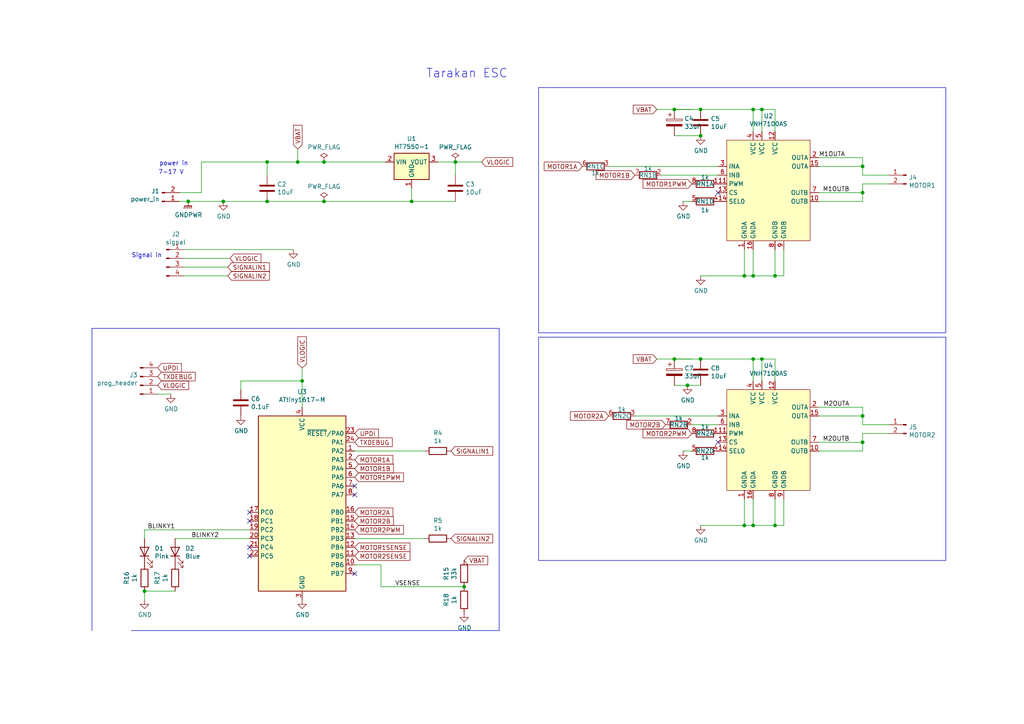
<source format=kicad_sch>
(kicad_sch (version 20200310) (host eeschema "5.99.0-unknown-5cf474e~101~ubuntu18.04.1")
  (page "A4")
  (title_block (title "Tarakan ESC") (date "2020-05-06"))
  (lib_symbols
    (symbol "Connector:Conn_01x02_Male" (pin_names hide)
      (property "Reference" "J" (at 0 2.54 0))
      (property "Value" "Conn_01x02_Male" (at 0 -5.08 0))
      (symbol "Conn_01x02_Male_1_1"
        (rectangle (start 0.8636 -2.413) (end 0 -2.667) (fill (type outline)))
        (rectangle (start 0.8636 0.127) (end 0 -0.127) (fill (type outline)))
        (polyline (pts (xy 1.27 -2.54) (xy 0.8636 -2.54)))
        (polyline (pts (xy 1.27 0) (xy 0.8636 0)))
        (pin passive line (at 5.08 0 180) (length 3.81) (name "Pin_1") (number "1"))
        (pin passive line (at 5.08 -2.54 180) (length 3.81) (name "Pin_2") (number "2"))
      )
    )
    (symbol "Connector:Conn_01x02_Male_1" (pin_names hide)
      (property "Reference" "J" (at 0 2.54 0))
      (property "Value" "Conn_01x02_Male" (at 0 -5.08 0))
      (symbol "Conn_01x02_Male_1_1_1"
        (rectangle (start 0.8636 -2.413) (end 0 -2.667) (fill (type outline)))
        (rectangle (start 0.8636 0.127) (end 0 -0.127) (fill (type outline)))
        (polyline (pts (xy 1.27 -2.54) (xy 0.8636 -2.54)))
        (polyline (pts (xy 1.27 0) (xy 0.8636 0)))
        (pin passive line (at 5.08 0 180) (length 3.81) (name "Pin_1") (number "1"))
        (pin passive line (at 5.08 -2.54 180) (length 3.81) (name "Pin_2") (number "2"))
      )
    )
    (symbol "Connector:Conn_01x02_Male_2" (pin_names hide)
      (property "Reference" "J" (at 0 2.54 0))
      (property "Value" "Conn_01x02_Male" (at 0 -5.08 0))
      (symbol "Conn_01x02_Male_2_1_1"
        (rectangle (start 0.8636 -2.413) (end 0 -2.667) (fill (type outline)))
        (rectangle (start 0.8636 0.127) (end 0 -0.127) (fill (type outline)))
        (polyline (pts (xy 1.27 -2.54) (xy 0.8636 -2.54)))
        (polyline (pts (xy 1.27 0) (xy 0.8636 0)))
        (pin passive line (at 5.08 0 180) (length 3.81) (name "Pin_1") (number "1"))
        (pin passive line (at 5.08 -2.54 180) (length 3.81) (name "Pin_2") (number "2"))
      )
    )
    (symbol "Connector:Conn_01x04_Male" (pin_names hide)
      (property "Reference" "J" (at 0 5.08 0))
      (property "Value" "Conn_01x04_Male" (at 0 -7.62 0))
      (symbol "Conn_01x04_Male_1_1"
        (rectangle (start 0.8636 -4.953) (end 0 -5.207) (fill (type outline)))
        (rectangle (start 0.8636 -2.413) (end 0 -2.667) (fill (type outline)))
        (rectangle (start 0.8636 0.127) (end 0 -0.127) (fill (type outline)))
        (rectangle (start 0.8636 2.667) (end 0 2.413) (fill (type outline)))
        (polyline (pts (xy 1.27 -5.08) (xy 0.8636 -5.08)))
        (polyline (pts (xy 1.27 -2.54) (xy 0.8636 -2.54)))
        (polyline (pts (xy 1.27 0) (xy 0.8636 0)))
        (polyline (pts (xy 1.27 2.54) (xy 0.8636 2.54)))
        (pin passive line (at 5.08 2.54 180) (length 3.81) (name "Pin_1") (number "1"))
        (pin passive line (at 5.08 0 180) (length 3.81) (name "Pin_2") (number "2"))
        (pin passive line (at 5.08 -2.54 180) (length 3.81) (name "Pin_3") (number "3"))
        (pin passive line (at 5.08 -5.08 180) (length 3.81) (name "Pin_4") (number "4"))
      )
    )
    (symbol "Connector:Conn_01x04_Male_1" (pin_names hide)
      (property "Reference" "J" (at 0 5.08 0))
      (property "Value" "Conn_01x04_Male" (at 0 -7.62 0))
      (symbol "Conn_01x04_Male_1_1_1"
        (rectangle (start 0.8636 -4.953) (end 0 -5.207) (fill (type outline)))
        (rectangle (start 0.8636 -2.413) (end 0 -2.667) (fill (type outline)))
        (rectangle (start 0.8636 0.127) (end 0 -0.127) (fill (type outline)))
        (rectangle (start 0.8636 2.667) (end 0 2.413) (fill (type outline)))
        (polyline (pts (xy 1.27 -5.08) (xy 0.8636 -5.08)))
        (polyline (pts (xy 1.27 -2.54) (xy 0.8636 -2.54)))
        (polyline (pts (xy 1.27 0) (xy 0.8636 0)))
        (polyline (pts (xy 1.27 2.54) (xy 0.8636 2.54)))
        (pin passive line (at 5.08 2.54 180) (length 3.81) (name "Pin_1") (number "1"))
        (pin passive line (at 5.08 0 180) (length 3.81) (name "Pin_2") (number "2"))
        (pin passive line (at 5.08 -2.54 180) (length 3.81) (name "Pin_3") (number "3"))
        (pin passive line (at 5.08 -5.08 180) (length 3.81) (name "Pin_4") (number "4"))
      )
    )
    (symbol "Device:C" (pin_numbers hide) (pin_names (offset 0.254))
      (property "Reference" "C" (at 0.635 2.54 0))
      (property "Value" "C" (at 0.635 -2.54 0))
      (symbol "C_0_1"
        (polyline (pts (xy -2.032 -0.762) (xy 2.032 -0.762)) (stroke (width 0.508)))
        (polyline (pts (xy -2.032 0.762) (xy 2.032 0.762)) (stroke (width 0.508)))
      )
      (symbol "C_1_1"
        (pin passive line (at 0 3.81 270) (length 2.794) (name "~") (number "1"))
        (pin passive line (at 0 -3.81 90) (length 2.794) (name "~") (number "2"))
      )
    )
    (symbol "Device:CP" (pin_numbers hide) (pin_names (offset 0.254))
      (property "Reference" "C" (at 0.635 2.54 0))
      (property "Value" "CP" (at 0.635 -2.54 0))
      (symbol "CP_0_1"
        (rectangle (start -2.286 0.508) (end 2.286 1.016))
        (rectangle (start 2.286 -0.508) (end -2.286 -1.016) (fill (type outline)))
        (polyline (pts (xy -1.778 2.286) (xy -0.762 2.286)))
        (polyline (pts (xy -1.27 2.794) (xy -1.27 1.778)))
      )
      (symbol "CP_1_1"
        (pin passive line (at 0 3.81 270) (length 2.794) (name "~") (number "1"))
        (pin passive line (at 0 -3.81 90) (length 2.794) (name "~") (number "2"))
      )
    )
    (symbol "Device:CP_1" (pin_numbers hide) (pin_names (offset 0.254))
      (property "Reference" "C" (at 0.635 2.54 0))
      (property "Value" "CP" (at 0.635 -2.54 0))
      (symbol "CP_1_0_1"
        (rectangle (start -2.286 0.508) (end 2.286 1.016))
        (rectangle (start 2.286 -0.508) (end -2.286 -1.016) (fill (type outline)))
        (polyline (pts (xy -1.778 2.286) (xy -0.762 2.286)))
        (polyline (pts (xy -1.27 2.794) (xy -1.27 1.778)))
      )
      (symbol "CP_1_1_1"
        (pin passive line (at 0 3.81 270) (length 2.794) (name "~") (number "1"))
        (pin passive line (at 0 -3.81 90) (length 2.794) (name "~") (number "2"))
      )
    )
    (symbol "Device:LED" (pin_numbers hide) (pin_names hide)
      (property "Reference" "D" (at 0 2.54 0))
      (property "Value" "LED" (at 0 -2.54 0))
      (symbol "LED_0_1"
        (polyline (pts (xy -1.27 -1.27) (xy -1.27 1.27)) (stroke (width 0.254)))
        (polyline (pts (xy -1.27 0) (xy 1.27 0)))
        (polyline (pts (xy 1.27 -1.27) (xy 1.27 1.27) (xy -1.27 0) (xy 1.27 -1.27)) (stroke (width 0.254)))
        (polyline (pts (xy -3.048 -0.762) (xy -4.572 -2.286) (xy -3.81 -2.286) (xy -4.572 -2.286) (xy -4.572 -1.524)))
        (polyline (pts (xy -1.778 -0.762) (xy -3.302 -2.286) (xy -2.54 -2.286) (xy -3.302 -2.286) (xy -3.302 -1.524)))
      )
      (symbol "LED_1_1"
        (pin passive line (at -3.81 0 0) (length 2.54) (name "K") (number "1"))
        (pin passive line (at 3.81 0 180) (length 2.54) (name "A") (number "2"))
      )
    )
    (symbol "Device:R" (pin_numbers hide) (pin_names (offset 0))
      (property "Reference" "R" (at 2.032 0 90))
      (property "Value" "R" (at 0 0 90))
      (symbol "R_0_1"
        (rectangle (start -1.016 -2.54) (end 1.016 2.54) (stroke (width 0.254)))
      )
      (symbol "R_1_1"
        (pin passive line (at 0 3.81 270) (length 1.27) (name "~") (number "1"))
        (pin passive line (at 0 -3.81 90) (length 1.27) (name "~") (number "2"))
      )
    )
    (symbol "Device:R_3" (pin_numbers hide) (pin_names (offset 0))
      (property "Reference" "R" (at 2.032 0 90))
      (property "Value" "R" (at 0 0 90))
      (symbol "R_3_0_1"
        (rectangle (start -1.016 -2.54) (end 1.016 2.54) (stroke (width 0.254)))
      )
      (symbol "R_3_1_1"
        (pin passive line (at 0 3.81 270) (length 1.27) (name "~") (number "1"))
        (pin passive line (at 0 -3.81 90) (length 1.27) (name "~") (number "2"))
      )
    )
    (symbol "Device:R_4" (pin_numbers hide) (pin_names (offset 0))
      (property "Reference" "R" (at 2.032 0 90))
      (property "Value" "R" (at 0 0 90))
      (symbol "R_4_0_1"
        (rectangle (start -1.016 -2.54) (end 1.016 2.54) (stroke (width 0.254)))
      )
      (symbol "R_4_1_1"
        (pin passive line (at 0 3.81 270) (length 1.27) (name "~") (number "1"))
        (pin passive line (at 0 -3.81 90) (length 1.27) (name "~") (number "2"))
      )
    )
    (symbol "Device:R_5" (pin_numbers hide) (pin_names (offset 0))
      (property "Reference" "R" (at 2.032 0 90))
      (property "Value" "R" (at 0 0 90))
      (symbol "R_5_0_1"
        (rectangle (start -1.016 -2.54) (end 1.016 2.54) (stroke (width 0.254)))
      )
      (symbol "R_5_1_1"
        (pin passive line (at 0 3.81 270) (length 1.27) (name "~") (number "1"))
        (pin passive line (at 0 -3.81 90) (length 1.27) (name "~") (number "2"))
      )
    )
    (symbol "Device:R_6" (pin_numbers hide) (pin_names (offset 0))
      (property "Reference" "R" (at 2.032 0 90))
      (property "Value" "R" (at 0 0 90))
      (symbol "R_6_0_1"
        (rectangle (start -1.016 -2.54) (end 1.016 2.54) (stroke (width 0.254)))
      )
      (symbol "R_6_1_1"
        (pin passive line (at 0 3.81 270) (length 1.27) (name "~") (number "1"))
        (pin passive line (at 0 -3.81 90) (length 1.27) (name "~") (number "2"))
      )
    )
    (symbol "Device:R_Pack04_Split" (pin_names (offset 0) hide)
      (property "Reference" "RN" (at 2.032 0 90))
      (property "Value" "R_Pack04_Split" (at 0 0 90))
      (symbol "R_Pack04_Split_0_1"
        (rectangle (start 1.016 2.54) (end -1.016 -2.54) (stroke (width 0.254)))
      )
      (symbol "R_Pack04_Split_1_1"
        (pin passive line (at 0 -3.81 90) (length 1.27) (name "R1.1") (number "1"))
        (pin passive line (at 0 3.81 270) (length 1.27) (name "R1.2") (number "8"))
      )
      (symbol "R_Pack04_Split_2_1"
        (pin passive line (at 0 -3.81 90) (length 1.27) (name "R2.1") (number "2"))
        (pin passive line (at 0 3.81 270) (length 1.27) (name "R2.2") (number "7"))
      )
      (symbol "R_Pack04_Split_3_1"
        (pin passive line (at 0 -3.81 90) (length 1.27) (name "R3.1") (number "3"))
        (pin passive line (at 0 3.81 270) (length 1.27) (name "R3.2") (number "6"))
      )
      (symbol "R_Pack04_Split_4_1"
        (pin passive line (at 0 -3.81 90) (length 1.27) (name "R4.1") (number "4"))
        (pin passive line (at 0 3.81 270) (length 1.27) (name "R4.2") (number "5"))
      )
    )
    (symbol "MCU_Microchip_ATtiny:ATtiny1617-M" (pin_names (offset 0.508))
      (property "Reference" "U" (at -12.7 26.67 0))
      (property "Value" "ATtiny1617-M" (at 2.54 -26.67 0))
      (symbol "ATtiny1617-M_0_1"
        (rectangle (start -12.7 -25.4) (end 12.7 25.4) (stroke (width 0.254)) (fill (type background)))
      )
      (symbol "ATtiny1617-M_1_1"
        (pin bidirectional line (at 15.24 15.24 180) (length 2.54) (name "PA2") (number "1"))
        (pin bidirectional line (at 15.24 -17.78 180) (length 2.54) (name "PB6") (number "10"))
        (pin bidirectional line (at 15.24 -15.24 180) (length 2.54) (name "PB5") (number "11"))
        (pin bidirectional line (at 15.24 -12.7 180) (length 2.54) (name "PB4") (number "12"))
        (pin bidirectional line (at 15.24 -10.16 180) (length 2.54) (name "PB3") (number "13"))
        (pin bidirectional line (at 15.24 -7.62 180) (length 2.54) (name "PB2") (number "14"))
        (pin bidirectional line (at 15.24 -5.08 180) (length 2.54) (name "PB1") (number "15"))
        (pin bidirectional line (at 15.24 -2.54 180) (length 2.54) (name "PB0") (number "16"))
        (pin bidirectional line (at -15.24 -2.54 0) (length 2.54) (name "PC0") (number "17"))
        (pin bidirectional line (at -15.24 -5.08 0) (length 2.54) (name "PC1") (number "18"))
        (pin bidirectional line (at -15.24 -7.62 0) (length 2.54) (name "PC2") (number "19"))
        (pin bidirectional line (at 15.24 12.7 180) (length 2.54) (name "PA3") (number "2"))
        (pin bidirectional line (at -15.24 -10.16 0) (length 2.54) (name "PC3") (number "20"))
        (pin bidirectional line (at -15.24 -12.7 0) (length 2.54) (name "PC4") (number "21"))
        (pin bidirectional line (at -15.24 -15.24 0) (length 2.54) (name "PC5") (number "22"))
        (pin bidirectional line (at 15.24 20.32 180) (length 2.54) (name "~RESET~/PA0") (number "23"))
        (pin bidirectional line (at 15.24 17.78 180) (length 2.54) (name "PA1") (number "24"))
        (pin passive line (at 0 -27.94 90) (length 2.54) (name "GND") (number "25") hide)
        (pin power_in line (at 0 -27.94 90) (length 2.54) (name "GND") (number "3"))
        (pin power_in line (at 0 27.94 270) (length 2.54) (name "VCC") (number "4"))
        (pin bidirectional line (at 15.24 10.16 180) (length 2.54) (name "PA4") (number "5"))
        (pin bidirectional line (at 15.24 7.62 180) (length 2.54) (name "PA5") (number "6"))
        (pin bidirectional line (at 15.24 5.08 180) (length 2.54) (name "PA6") (number "7"))
        (pin bidirectional line (at 15.24 2.54 180) (length 2.54) (name "PA7") (number "8"))
        (pin bidirectional line (at 15.24 -20.32 180) (length 2.54) (name "PB7") (number "9"))
      )
    )
    (symbol "Regulator_Linear:HT75xx-1-SOT89" (pin_names (offset 0.508))
      (property "Reference" "U" (at -5.08 -3.81 0))
      (property "Value" "HT75xx-1-SOT89" (at 0 6.35 0))
      (symbol "HT75xx-1-SOT89_0_1"
        (rectangle (start -5.08 5.08) (end 5.08 -2.54) (stroke (width 0.254)) (fill (type background)))
      )
      (symbol "HT75xx-1-SOT89_1_1"
        (pin power_in line (at 0 -5.08 90) (length 2.54) (name "GND") (number "1"))
        (pin power_in line (at -7.62 2.54 0) (length 2.54) (name "VIN") (number "2"))
        (pin power_out line (at 7.62 2.54 180) (length 2.54) (name "VOUT") (number "3"))
      )
    )
    (symbol "power:GND" (power) (pin_names (offset 0))
      (property "Value" "GND" (at 0 -3.81 0))
      (symbol "GND_0_1"
        (polyline (pts (xy 0 0) (xy 0 -1.27) (xy 1.27 -1.27) (xy 0 -2.54) (xy -1.27 -1.27) (xy 0 -1.27)))
      )
      (symbol "GND_1_1"
        (pin power_in line (at 0 0 270) (length 0) (name "GND") (number "1") hide)
      )
    )
    (symbol "power:GNDPWR" (power) (pin_names (offset 0))
      (property "Value" "GNDPWR" (at 0 -3.302 0))
      (symbol "GNDPWR_0_1"
        (polyline (pts (xy 0 -1.27) (xy 0 0)))
        (polyline (pts (xy -1.016 -1.27) (xy -1.27 -2.032) (xy -1.27 -2.032)) (stroke (width 0.2032)))
        (polyline (pts (xy -0.508 -1.27) (xy -0.762 -2.032) (xy -0.762 -2.032)) (stroke (width 0.2032)))
        (polyline (pts (xy 0 -1.27) (xy -0.254 -2.032) (xy -0.254 -2.032)) (stroke (width 0.2032)))
        (polyline (pts (xy 0.508 -1.27) (xy 0.254 -2.032) (xy 0.254 -2.032)) (stroke (width 0.2032)))
        (polyline (pts (xy 1.016 -1.27) (xy -1.016 -1.27) (xy -1.016 -1.27)) (stroke (width 0.2032)))
        (polyline (pts (xy 1.016 -1.27) (xy 0.762 -2.032) (xy 0.762 -2.032) (xy 0.762 -2.032)) (stroke (width 0.2032)))
      )
      (symbol "GNDPWR_1_1"
        (pin power_in line (at 0 0 270) (length 0) (name "GNDPWR") (number "1") hide)
      )
    )
    (symbol "power:PWR_FLAG" (power) (pin_numbers hide) (pin_names (offset 0) hide)
      (property "Value" "PWR_FLAG" (at 0 3.81 0))
      (symbol "PWR_FLAG_0_1"
        (polyline (pts (xy 0 0) (xy 0 1.27) (xy -1.016 1.905) (xy 0 2.54) (xy 1.016 1.905) (xy 0 1.27)))
      )
      (symbol "PWR_FLAG_0_0"
        (pin power_out line (at 0 0 90) (length 0) (name "pwr") (number "1"))
      )
    )
    (symbol "tarakan:VNH7100AS_1"
      (property "Reference" "U" (at 0 2.54 0))
      (property "Value" "VNH7100AS" (at 0 -8.89 0))
      (symbol "VNH7100AS_1_0_1"
        (rectangle (start -11.43 11.43) (end 12.7 -17.78) (fill (type background)))
      )
      (symbol "VNH7100AS_1_1_1"
        (pin power_in line (at -6.35 -20.32 90) (length 2.54) (name "GNDA") (number "1"))
        (pin power_out line (at 15.24 -6.35 180) (length 2.54) (name "OUTB") (number "10"))
        (pin input line (at -13.97 -1.27 0) (length 2.54) (name "PWM") (number "11"))
        (pin power_in line (at 2.54 13.97 270) (length 2.54) (name "VCC") (number "12"))
        (pin output line (at -13.97 -3.81 0) (length 2.54) (name "CS") (number "13"))
        (pin input line (at -13.97 -6.35 0) (length 2.54) (name "SEL0") (number "14"))
        (pin power_out line (at 15.24 3.81 180) (length 2.54) (name "OUTA") (number "15"))
        (pin power_in line (at -3.81 -20.32 90) (length 2.54) (name "GNDA") (number "16"))
        (pin power_out line (at 15.24 6.35 180) (length 2.54) (name "OUTA") (number "2"))
        (pin input line (at -13.97 3.81 0) (length 2.54) (name "INA") (number "3"))
        (pin power_in line (at -3.81 13.97 270) (length 2.54) (name "VCC") (number "4"))
        (pin power_in line (at -1.27 13.97 270) (length 2.54) (name "VCC") (number "5"))
        (pin input line (at -13.97 1.27 0) (length 2.54) (name "INB") (number "6"))
        (pin power_out line (at 15.24 -3.81 180) (length 2.54) (name "OUTB") (number "7"))
        (pin power_in line (at 2.54 -20.32 90) (length 2.54) (name "GNDB") (number "8"))
        (pin power_in line (at 5.08 -20.32 90) (length 2.54) (name "GNDB") (number "9"))
      )
    )
    (symbol "tarakan:VNH7100AS_2"
      (property "Reference" "U" (at 0 2.54 0))
      (property "Value" "VNH7100AS" (at 0 -8.89 0))
      (symbol "VNH7100AS_2_0_1"
        (rectangle (start -11.43 11.43) (end 12.7 -17.78) (fill (type background)))
      )
      (symbol "VNH7100AS_2_1_1"
        (pin power_in line (at -6.35 -20.32 90) (length 2.54) (name "GNDA") (number "1"))
        (pin power_out line (at 15.24 -6.35 180) (length 2.54) (name "OUTB") (number "10"))
        (pin input line (at -13.97 -1.27 0) (length 2.54) (name "PWM") (number "11"))
        (pin power_in line (at 2.54 13.97 270) (length 2.54) (name "VCC") (number "12"))
        (pin output line (at -13.97 -3.81 0) (length 2.54) (name "CS") (number "13"))
        (pin input line (at -13.97 -6.35 0) (length 2.54) (name "SEL0") (number "14"))
        (pin power_out line (at 15.24 3.81 180) (length 2.54) (name "OUTA") (number "15"))
        (pin power_in line (at -3.81 -20.32 90) (length 2.54) (name "GNDA") (number "16"))
        (pin power_out line (at 15.24 6.35 180) (length 2.54) (name "OUTA") (number "2"))
        (pin input line (at -13.97 3.81 0) (length 2.54) (name "INA") (number "3"))
        (pin power_in line (at -3.81 13.97 270) (length 2.54) (name "VCC") (number "4"))
        (pin power_in line (at -1.27 13.97 270) (length 2.54) (name "VCC") (number "5"))
        (pin input line (at -13.97 1.27 0) (length 2.54) (name "INB") (number "6"))
        (pin power_out line (at 15.24 -3.81 180) (length 2.54) (name "OUTB") (number "7"))
        (pin power_in line (at 2.54 -20.32 90) (length 2.54) (name "GNDB") (number "8"))
        (pin power_in line (at 5.08 -20.32 90) (length 2.54) (name "GNDB") (number "9"))
      )
    )
  )
  (junction (at 195.58 104.14))
  (junction (at 195.58 31.75))
  (junction (at 250.19 48.26))
  (junction (at 220.98 31.75))
  (junction (at 215.9 80.01))
  (junction (at 218.44 31.75))
  (junction (at 218.44 80.01))
  (junction (at 77.47 58.42))
  (junction (at 41.91 171.45))
  (junction (at 250.19 55.88))
  (junction (at 54.61 58.42))
  (junction (at 93.98 58.42))
  (junction (at 203.2 104.14))
  (junction (at 218.44 104.14))
  (junction (at 220.98 104.14))
  (junction (at 119.38 58.42))
  (junction (at 203.2 39.37))
  (junction (at 77.47 46.99))
  (junction (at 224.79 80.01))
  (junction (at 218.44 152.4))
  (junction (at 87.63 110.49))
  (junction (at 224.79 152.4))
  (junction (at 93.98 46.99))
  (junction (at 86.36 46.99))
  (junction (at 250.19 120.65))
  (junction (at 199.39 111.76))
  (junction (at 203.2 31.75))
  (junction (at 132.08 46.99))
  (junction (at 250.19 128.27))
  (junction (at 134.62 170.18))
  (junction (at 64.77 58.42))
  (junction (at 215.9 152.4))
  (no_connect (at 102.87 143.51))
  (no_connect (at 208.28 128.27))
  (no_connect (at 102.87 166.37))
  (no_connect (at 102.87 140.97))
  (no_connect (at 72.39 148.59))
  (no_connect (at 72.39 161.29))
  (no_connect (at 72.39 158.75))
  (no_connect (at 208.28 55.88))
  (no_connect (at 72.39 151.13))
  (wire (pts (xy 41.91 153.67) (xy 41.91 156.21)))
  (wire (pts (xy 41.91 171.45) (xy 41.91 173.99)))
  (wire (pts (xy 41.91 171.45) (xy 50.8 171.45)))
  (wire (pts (xy 45.72 114.3) (xy 49.53 114.3)))
  (wire (pts (xy 50.8 156.21) (xy 72.39 156.21)))
  (wire (pts (xy 52.07 55.88) (xy 58.42 55.88)))
  (wire (pts (xy 52.07 58.42) (xy 54.61 58.42)))
  (wire (pts (xy 53.34 72.39) (xy 85.09 72.39)))
  (wire (pts (xy 53.34 74.93) (xy 66.675 74.93)))
  (wire (pts (xy 53.34 77.47) (xy 66.04 77.47)))
  (wire (pts (xy 53.34 80.01) (xy 66.04 80.01)))
  (wire (pts (xy 54.61 58.42) (xy 64.77 58.42)))
  (wire (pts (xy 58.42 46.99) (xy 58.42 55.88)))
  (wire (pts (xy 58.42 46.99) (xy 77.47 46.99)))
  (wire (pts (xy 64.77 58.42) (xy 77.47 58.42)))
  (wire (pts (xy 69.85 110.49) (xy 69.85 113.03)))
  (wire (pts (xy 72.39 153.67) (xy 41.91 153.67)))
  (wire (pts (xy 77.47 46.99) (xy 77.47 50.8)))
  (wire (pts (xy 77.47 58.42) (xy 93.98 58.42)))
  (wire (pts (xy 86.36 43.18) (xy 86.36 46.99)))
  (wire (pts (xy 86.36 46.99) (xy 77.47 46.99)))
  (wire (pts (xy 86.36 46.99) (xy 93.98 46.99)))
  (wire (pts (xy 87.63 106.68) (xy 87.63 110.49)))
  (wire (pts (xy 87.63 110.49) (xy 69.85 110.49)))
  (wire (pts (xy 87.63 110.49) (xy 87.63 118.11)))
  (wire (pts (xy 93.98 46.99) (xy 111.76 46.99)))
  (wire (pts (xy 93.98 58.42) (xy 119.38 58.42)))
  (wire (pts (xy 102.87 130.81) (xy 123.19 130.81)))
  (wire (pts (xy 102.87 156.21) (xy 123.19 156.21)))
  (wire (pts (xy 102.87 163.83) (xy 110.49 163.83)))
  (wire (pts (xy 110.49 163.83) (xy 110.49 170.18)))
  (wire (pts (xy 110.49 170.18) (xy 134.62 170.18)))
  (wire (pts (xy 119.38 54.61) (xy 119.38 58.42)))
  (wire (pts (xy 119.38 58.42) (xy 132.08 58.42)))
  (wire (pts (xy 127 46.99) (xy 132.08 46.99)))
  (wire (pts (xy 132.08 46.99) (xy 132.08 50.8)))
  (wire (pts (xy 132.08 46.99) (xy 139.7 46.99)))
  (wire (pts (xy 176.53 48.26) (xy 208.28 48.26)))
  (wire (pts (xy 184.15 120.65) (xy 208.28 120.65)))
  (wire (pts (xy 190.5 31.75) (xy 195.58 31.75)))
  (wire (pts (xy 190.5 104.14) (xy 195.58 104.14)))
  (wire (pts (xy 191.77 50.8) (xy 208.28 50.8)))
  (wire (pts (xy 195.58 31.75) (xy 203.2 31.75)))
  (wire (pts (xy 195.58 39.37) (xy 203.2 39.37)))
  (wire (pts (xy 195.58 104.14) (xy 203.2 104.14)))
  (wire (pts (xy 195.58 111.76) (xy 199.39 111.76)))
  (wire (pts (xy 198.12 58.42) (xy 200.66 58.42)))
  (wire (pts (xy 198.12 130.81) (xy 200.66 130.81)))
  (wire (pts (xy 199.39 111.76) (xy 203.2 111.76)))
  (wire (pts (xy 200.66 31.75) (xy 195.58 31.75)))
  (wire (pts (xy 200.66 104.14) (xy 195.58 104.14)))
  (wire (pts (xy 200.66 123.19) (xy 208.28 123.19)))
  (wire (pts (xy 203.2 31.75) (xy 218.44 31.75)))
  (wire (pts (xy 203.2 80.01) (xy 215.9 80.01)))
  (wire (pts (xy 203.2 104.14) (xy 218.44 104.14)))
  (wire (pts (xy 203.2 152.4) (xy 215.9 152.4)))
  (wire (pts (xy 215.9 72.39) (xy 215.9 80.01)))
  (wire (pts (xy 215.9 80.01) (xy 218.44 80.01)))
  (wire (pts (xy 215.9 144.78) (xy 215.9 152.4)))
  (wire (pts (xy 215.9 152.4) (xy 218.44 152.4)))
  (wire (pts (xy 218.44 31.75) (xy 218.44 38.1)))
  (wire (pts (xy 218.44 31.75) (xy 220.98 31.75)))
  (wire (pts (xy 218.44 72.39) (xy 218.44 80.01)))
  (wire (pts (xy 218.44 80.01) (xy 224.79 80.01)))
  (wire (pts (xy 218.44 104.14) (xy 218.44 110.49)))
  (wire (pts (xy 218.44 104.14) (xy 220.98 104.14)))
  (wire (pts (xy 218.44 144.78) (xy 218.44 152.4)))
  (wire (pts (xy 218.44 152.4) (xy 224.79 152.4)))
  (wire (pts (xy 220.98 31.75) (xy 220.98 38.1)))
  (wire (pts (xy 220.98 31.75) (xy 224.79 31.75)))
  (wire (pts (xy 220.98 104.14) (xy 220.98 110.49)))
  (wire (pts (xy 220.98 104.14) (xy 224.79 104.14)))
  (wire (pts (xy 224.79 31.75) (xy 224.79 38.1)))
  (wire (pts (xy 224.79 72.39) (xy 224.79 80.01)))
  (wire (pts (xy 224.79 80.01) (xy 227.33 80.01)))
  (wire (pts (xy 224.79 104.14) (xy 224.79 110.49)))
  (wire (pts (xy 224.79 144.78) (xy 224.79 152.4)))
  (wire (pts (xy 224.79 152.4) (xy 227.33 152.4)))
  (wire (pts (xy 227.33 72.39) (xy 227.33 80.01)))
  (wire (pts (xy 227.33 144.78) (xy 227.33 152.4)))
  (wire (pts (xy 237.49 48.26) (xy 250.19 48.26)))
  (wire (pts (xy 237.49 55.88) (xy 250.19 55.88)))
  (wire (pts (xy 237.49 58.42) (xy 250.19 58.42)))
  (wire (pts (xy 237.49 120.65) (xy 250.19 120.65)))
  (wire (pts (xy 237.49 128.27) (xy 250.19 128.27)))
  (wire (pts (xy 237.49 130.81) (xy 250.19 130.81)))
  (wire (pts (xy 250.19 45.72) (xy 237.49 45.72)))
  (wire (pts (xy 250.19 48.26) (xy 250.19 45.72)))
  (wire (pts (xy 250.19 50.8) (xy 250.19 48.26)))
  (wire (pts (xy 250.19 53.34) (xy 257.81 53.34)))
  (wire (pts (xy 250.19 55.88) (xy 250.19 53.34)))
  (wire (pts (xy 250.19 58.42) (xy 250.19 55.88)))
  (wire (pts (xy 250.19 118.11) (xy 237.49 118.11)))
  (wire (pts (xy 250.19 120.65) (xy 250.19 118.11)))
  (wire (pts (xy 250.19 123.19) (xy 250.19 120.65)))
  (wire (pts (xy 250.19 125.73) (xy 257.81 125.73)))
  (wire (pts (xy 250.19 128.27) (xy 250.19 125.73)))
  (wire (pts (xy 250.19 130.81) (xy 250.19 128.27)))
  (wire (pts (xy 257.81 50.8) (xy 250.19 50.8)))
  (wire (pts (xy 257.81 123.19) (xy 250.19 123.19)))
  (polyline (pts (xy 26.67 95.25) (xy 26.67 182.88)))
  (polyline (pts (xy 26.67 95.25) (xy 144.78 95.25)))
  (polyline (pts (xy 144.78 95.25) (xy 144.78 182.88)))
  (polyline (pts (xy 144.78 182.88) (xy 38.1 182.88)))
  (polyline (pts (xy 156.21 25.4) (xy 161.29 25.4)))
  (polyline (pts (xy 156.21 96.52) (xy 156.21 25.4)))
  (polyline (pts (xy 156.21 97.79) (xy 161.29 97.79)))
  (polyline (pts (xy 156.21 162.56) (xy 156.21 97.79)))
  (polyline (pts (xy 161.29 25.4) (xy 274.32 25.4)))
  (polyline (pts (xy 161.29 97.79) (xy 274.32 97.79)))
  (polyline (pts (xy 274.32 25.4) (xy 274.32 96.52)))
  (polyline (pts (xy 274.32 96.52) (xy 156.21 96.52)))
  (polyline (pts (xy 274.32 97.79) (xy 274.32 162.56)))
  (polyline (pts (xy 274.32 162.56) (xy 156.21 162.56)))
  (text "Signal in" (at 46.99 74.93 180) (effects (font (size 1.27 1.27)) (justify right bottom)))
  (text "7-17 V" (at 53.34 50.8 180) (effects (font (size 1.27 1.27)) (justify right bottom)))
  (text "power in" (at 54.61 48.26 180) (effects (font (size 1.27 1.27)) (justify right bottom)))
  (text "Tarakan ESC" (at 147.32 22.86 180) (effects (font (size 2.5 2.5)) (justify right bottom)))
  (label "BLINKY1" (at 50.8 153.67 180))
  (label "BLINKY2" (at 63.5 156.21 180))
  (label "VSENSE" (at 121.92 170.18 180))
  (label "M1OUTA" (at 245.11 45.72 180))
  (label "M1OUTB" (at 246.38 55.88 180))
  (label "M2OUTA" (at 246.38 118.11 180))
  (label "M2OUTB" (at 246.38 128.27 180))
  (global_label "UPDI" (shape input) (at 45.72 106.68 0))
  (global_label "TXDEBUG" (shape input) (at 45.72 109.22 0))
  (global_label "VLOGIC" (shape input) (at 45.72 111.76 0))
  (global_label "SIGNALIN1" (shape input) (at 66.04 77.47 0))
  (global_label "SIGNALIN2" (shape input) (at 66.04 80.01 0))
  (global_label "VLOGIC" (shape input) (at 66.675 74.93 0))
  (global_label "VBAT" (shape input) (at 86.36 43.18 90))
  (global_label "VLOGIC" (shape input) (at 87.63 106.68 90))
  (global_label "UPDI" (shape input) (at 102.87 125.73 0))
  (global_label "TXDEBUG" (shape input) (at 102.87 128.27 0))
  (global_label "MOTOR1A" (shape input) (at 102.87 133.35 0))
  (global_label "MOTOR1B" (shape input) (at 102.87 135.89 0))
  (global_label "MOTOR1PWM" (shape input) (at 102.87 138.43 0))
  (global_label "MOTOR2A" (shape input) (at 102.87 148.59 0))
  (global_label "MOTOR2B" (shape input) (at 102.87 151.13 0))
  (global_label "MOTOR2PWM" (shape input) (at 102.87 153.67 0))
  (global_label "MOTOR1SENSE" (shape input) (at 102.87 158.75 0))
  (global_label "MOTOR2SENSE" (shape input) (at 102.87 161.29 0))
  (global_label "SIGNALIN1" (shape input) (at 130.81 130.81 0))
  (global_label "SIGNALIN2" (shape input) (at 130.81 156.21 0))
  (global_label "VBAT" (shape input) (at 134.62 162.56 0))
  (global_label "VLOGIC" (shape input) (at 139.7 46.99 0))
  (global_label "MOTOR1A" (shape input) (at 168.91 48.26 180))
  (global_label "MOTOR2A" (shape input) (at 176.53 120.65 180))
  (global_label "MOTOR1B" (shape input) (at 184.15 50.8 180))
  (global_label "VBAT" (shape input) (at 190.5 31.75 180))
  (global_label "VBAT" (shape input) (at 190.5 104.14 180))
  (global_label "MOTOR2B" (shape input) (at 193.04 123.19 180))
  (global_label "MOTOR1PWM" (shape input) (at 200.66 53.34 180))
  (global_label "MOTOR2PWM" (shape input) (at 200.66 125.73 180))
  (symbol (lib_id "power:PWR_FLAG") (at 93.98 46.99 0) (unit 1)
    (property "Reference" "#FLG0101" (effects hide))
    (property "Value" "PWR_FLAG" (at 93.98 42.6656 0))
  )
  (symbol (lib_id "power:PWR_FLAG") (at 93.98 58.42 0) (unit 1)
    (property "Reference" "#FLG0103" (effects hide))
    (property "Value" "PWR_FLAG" (at 93.98 54.0956 0))
  )
  (symbol (lib_id "power:PWR_FLAG") (at 132.08 46.99 0) (unit 1)
    (property "Reference" "#FLG0102" (effects hide))
    (property "Value" "PWR_FLAG" (at 132.08 42.6656 0))
  )
  (symbol (lib_id "power:GNDPWR") (at 54.61 58.42 0) (unit 1)
    (property "Reference" "#PWR01" (effects hide))
    (property "Value" "GNDPWR" (at 54.6735 62.338 0))
  )
  (symbol (lib_id "power:GND") (at 41.91 173.99 0) (unit 1)
    (property "Reference" "#PWR010" (effects hide))
    (property "Value" "GND" (at 42.0243 178.3144 0))
  )
  (symbol (lib_id "power:GND") (at 49.53 114.3 0) (unit 1)
    (property "Reference" "#PWR04" (effects hide))
    (property "Value" "GND" (at 49.6443 118.6244 0))
  )
  (symbol (lib_id "power:GND") (at 64.77 58.42 0) (unit 1)
    (property "Reference" "#PWR0104" (effects hide))
    (property "Value" "GND" (at 64.8843 62.7444 0))
  )
  (symbol (lib_id "power:GND") (at 69.85 120.65 0) (unit 1)
    (property "Reference" "#PWR05" (effects hide))
    (property "Value" "GND" (at 69.9643 124.9744 0))
  )
  (symbol (lib_id "power:GND") (at 85.09 72.39 0) (unit 1)
    (property "Reference" "#PWR012" (effects hide))
    (property "Value" "GND" (at 85.2043 76.7144 0))
  )
  (symbol (lib_id "power:GND") (at 87.63 173.99 0) (unit 1)
    (property "Reference" "#PWR06" (effects hide))
    (property "Value" "GND" (at 87.7443 178.3144 0))
  )
  (symbol (lib_id "power:GND") (at 134.62 177.8 0) (unit 1)
    (property "Reference" "#PWR011" (effects hide))
    (property "Value" "GND" (at 134.7343 182.1244 0))
  )
  (symbol (lib_id "power:GND") (at 198.12 58.42 0) (unit 1)
    (property "Reference" "#PWR0102" (effects hide))
    (property "Value" "GND" (at 198.2343 62.7444 0))
  )
  (symbol (lib_id "power:GND") (at 198.12 130.81 0) (unit 1)
    (property "Reference" "#PWR0103" (effects hide))
    (property "Value" "GND" (at 198.2343 135.1344 0))
  )
  (symbol (lib_id "power:GND") (at 199.39 111.76 0) (unit 1)
    (property "Reference" "#PWR07" (effects hide))
    (property "Value" "GND" (at 199.5043 116.0844 0))
  )
  (symbol (lib_id "power:GND") (at 203.2 39.37 0) (unit 1)
    (property "Reference" "#PWR02" (effects hide))
    (property "Value" "GND" (at 203.3143 43.6944 0))
  )
  (symbol (lib_id "power:GND") (at 203.2 80.01 0) (unit 1)
    (property "Reference" "#PWR03" (effects hide))
    (property "Value" "GND" (at 203.3143 84.3344 0))
  )
  (symbol (lib_id "power:GND") (at 203.2 152.4 0) (unit 1)
    (property "Reference" "#PWR09" (effects hide))
    (property "Value" "GND" (at 203.3143 156.7244 0))
  )
  (symbol (lib_name "Device:R_5") (lib_id "Device:R") (at 41.91 167.64 180) (unit 1)
    (property "Reference" "R16" (at 36.6838 167.64 90))
    (property "Value" "1k" (at 38.9825 167.64 90))
    (property "Footprint" "Resistor_SMD:R_0805_2012Metric" (effects hide))
  )
  (symbol (lib_name "Device:R_6") (lib_id "Device:R") (at 50.8 167.64 180) (unit 1)
    (property "Reference" "R17" (at 45.5738 167.64 90))
    (property "Value" "1k" (at 47.8725 167.64 90))
    (property "Footprint" "Resistor_SMD:R_0805_2012Metric" (effects hide))
  )
  (symbol (lib_id "Device:R") (at 127 130.81 90) (unit 1)
    (property "Reference" "R4" (at 127 125.5838 90))
    (property "Value" "1k" (at 127 127.8825 90))
    (property "Footprint" "Resistor_SMD:R_0805_2012Metric" (effects hide))
  )
  (symbol (lib_id "Device:R") (at 127 156.21 90) (unit 1)
    (property "Reference" "R5" (at 127 150.9838 90))
    (property "Value" "1k" (at 127 153.2825 90))
    (property "Footprint" "Resistor_SMD:R_0805_2012Metric" (effects hide))
  )
  (symbol (lib_name "Device:R_4") (lib_id "Device:R") (at 134.62 166.37 180) (unit 1)
    (property "Reference" "R15" (at 129.3938 166.37 90))
    (property "Value" "33k" (at 131.6925 166.37 90))
    (property "Footprint" "Resistor_SMD:R_0805_2012Metric" (effects hide))
  )
  (symbol (lib_name "Device:R_3") (lib_id "Device:R") (at 134.62 173.99 180) (unit 1)
    (property "Reference" "R18" (at 129.3938 173.99 90))
    (property "Value" "1k" (at 131.6925 173.99 90))
    (property "Footprint" "Resistor_SMD:R_0805_2012Metric" (effects hide))
  )
  (symbol (lib_id "Device:R_Pack04_Split") (at 172.72 48.26 90) (unit 3)
    (property "Reference" "RN1" (at 172.72 48.26 90))
    (property "Value" "1k" (at 172.72 50.165 90))
    (property "Footprint" "Resistor_SMD:R_Array_Convex_4x0603" (effects hide))
  )
  (symbol (lib_id "Device:R_Pack04_Split") (at 180.34 120.65 90) (unit 3)
    (property "Reference" "RN2" (at 180.34 120.65 90))
    (property "Value" "1k" (at 180.34 118.745 90))
    (property "Footprint" "Resistor_SMD:R_Array_Convex_4x0603" (effects hide))
  )
  (symbol (lib_id "Device:R_Pack04_Split") (at 187.96 50.8 90) (unit 2)
    (property "Reference" "RN1" (at 187.96 50.8 90))
    (property "Value" "1k" (at 187.96 48.895 90))
    (property "Footprint" "Resistor_SMD:R_Array_Convex_4x0603" (effects hide))
  )
  (symbol (lib_id "Device:R_Pack04_Split") (at 196.85 123.19 90) (unit 2)
    (property "Reference" "RN2" (at 196.85 123.19 90))
    (property "Value" "1k" (at 196.85 121.285 90))
    (property "Footprint" "Resistor_SMD:R_Array_Convex_4x0603" (effects hide))
  )
  (symbol (lib_id "Device:R_Pack04_Split") (at 204.47 53.34 90) (unit 1)
    (property "Reference" "RN1" (at 204.47 53.34 90))
    (property "Value" "1k" (at 204.47 51.435 90))
    (property "Footprint" "Resistor_SMD:R_Array_Convex_4x0603" (effects hide))
  )
  (symbol (lib_id "Device:R_Pack04_Split") (at 204.47 58.42 90) (unit 4)
    (property "Reference" "RN1" (at 204.47 58.42 90))
    (property "Value" "1k" (at 204.47 60.96 90))
    (property "Footprint" "Resistor_SMD:R_Array_Convex_4x0603" (effects hide))
  )
  (symbol (lib_id "Device:R_Pack04_Split") (at 204.47 125.73 90) (unit 1)
    (property "Reference" "RN2" (at 204.47 125.73 90))
    (property "Value" "1k" (at 204.47 123.825 90))
    (property "Footprint" "Resistor_SMD:R_Array_Convex_4x0603" (effects hide))
  )
  (symbol (lib_id "Device:R_Pack04_Split") (at 204.47 130.81 90) (unit 4)
    (property "Reference" "RN2" (at 204.47 130.81 90))
    (property "Value" "1k" (at 204.47 132.715 90))
    (property "Footprint" "Resistor_SMD:R_Array_Convex_4x0603" (effects hide))
  )
  (symbol (lib_id "Connector:Conn_01x02_Male") (at 46.99 58.42 0) (mirror x) (unit 1)
    (property "Reference" "J1" (at 46.2787 55.4418 0) (effects (justify right)))
    (property "Value" "power_in" (at 46.279 57.74 0) (effects (justify right)))
    (property "Footprint" "Connector_Wire:SolderWirePad_1x02_P7.62mm_Drill2mm" (effects hide))
  )
  (symbol (lib_name "Connector:Conn_01x02_Male_1") (lib_id "Connector:Conn_01x02_Male") (at 262.89 50.8 0) (mirror y) (unit 1)
    (property "Reference" "J4" (at 263.6013 51.4794 0) (effects (justify right)))
    (property "Value" "MOTOR1" (at 263.601 53.778 0) (effects (justify right)))
    (property "Footprint" "Connector_Wire:SolderWirePad_1x02_P7.62mm_Drill2mm" (effects hide))
  )
  (symbol (lib_name "Connector:Conn_01x02_Male_2") (lib_id "Connector:Conn_01x02_Male") (at 262.89 123.19 0) (mirror y) (unit 1)
    (property "Reference" "J5" (at 263.6013 123.8694 0) (effects (justify right)))
    (property "Value" "MOTOR2" (at 263.601 126.168 0) (effects (justify right)))
    (property "Footprint" "Connector_Wire:SolderWirePad_1x02_P7.62mm_Drill2mm" (effects hide))
  )
  (symbol (lib_id "Device:LED") (at 41.91 160.02 90) (unit 1)
    (property "Reference" "D1" (at 44.8311 159.0611 90) (effects (justify right)))
    (property "Value" "Pink" (at 44.831 161.36 90) (effects (justify right)))
    (property "Footprint" "LED_SMD:LED_1206_3216Metric_Castellated" (effects hide))
  )
  (symbol (lib_id "Device:LED") (at 50.8 160.02 90) (unit 1)
    (property "Reference" "D2" (at 53.7211 159.0611 90) (effects (justify right)))
    (property "Value" "Blue" (at 53.721 161.36 90) (effects (justify right)))
    (property "Footprint" "LED_SMD:LED_1206_3216Metric_Castellated" (effects hide))
  )
  (symbol (lib_id "Device:C") (at 69.85 116.84 0) (unit 1)
    (property "Reference" "C6" (at 72.7711 115.6906 0) (effects (justify left)))
    (property "Value" "0.1uF" (at 72.7711 117.9893 0) (effects (justify left)))
    (property "Footprint" "Capacitor_SMD:C_1206_3216Metric" (effects hide))
  )
  (symbol (lib_id "Device:C") (at 77.47 54.61 0) (unit 1)
    (property "Reference" "C2" (at 80.3911 53.4606 0) (effects (justify left)))
    (property "Value" "10uF" (at 80.3911 55.7593 0) (effects (justify left)))
    (property "Footprint" "Capacitor_SMD:C_1210_3225Metric" (effects hide))
  )
  (symbol (lib_id "Device:C") (at 132.08 54.61 0) (unit 1)
    (property "Reference" "C3" (at 135.0011 53.4606 0) (effects (justify left)))
    (property "Value" "10uF" (at 135.0011 55.7593 0) (effects (justify left)))
    (property "Footprint" "Capacitor_SMD:C_1210_3225Metric" (effects hide))
  )
  (symbol (lib_name "Device:CP_1") (lib_id "Device:CP") (at 195.58 35.56 0) (unit 1)
    (property "Reference" "C4" (at 198.5011 34.4106 0) (effects (justify left)))
    (property "Value" "33uF" (at 198.5011 36.7093 0) (effects (justify left)))
    (property "Footprint" "Capacitor_SMD:CP_Elec_6.3x7.7" (effects hide))
    (property "part" "panasonic EEE1HA330XP" (effects hide))
  )
  (symbol (lib_id "Device:CP") (at 195.58 107.95 0) (unit 1)
    (property "Reference" "C7" (at 198.5011 106.8006 0) (effects (justify left)))
    (property "Value" "33uF" (at 198.5011 109.0993 0) (effects (justify left)))
    (property "Footprint" "Capacitor_SMD:CP_Elec_6.3x7.7" (effects hide))
  )
  (symbol (lib_id "Device:C") (at 203.2 35.56 0) (unit 1)
    (property "Reference" "C5" (at 206.1211 34.4106 0) (effects (justify left)))
    (property "Value" "10uF" (at 206.1211 36.7093 0) (effects (justify left)))
    (property "Footprint" "Capacitor_SMD:C_1210_3225Metric" (effects hide))
  )
  (symbol (lib_id "Device:C") (at 203.2 107.95 0) (unit 1)
    (property "Reference" "C8" (at 206.1211 106.8006 0) (effects (justify left)))
    (property "Value" "10uF" (at 206.1211 109.0993 0) (effects (justify left)))
    (property "Footprint" "Capacitor_SMD:C_1210_3225Metric" (effects hide))
  )
  (symbol (lib_id "Connector:Conn_01x04_Male") (at 40.64 111.76 0) (mirror x) (unit 1)
    (property "Reference" "J3" (at 39.9287 108.7818 0) (effects (justify right)))
    (property "Value" "prog_header" (at 39.929 111.08 0) (effects (justify right)))
    (property "Footprint" "Connector_PinSocket_2.00mm:PinSocket_1x04_P2.00mm_Vertical" (effects hide))
  )
  (symbol (lib_name "Connector:Conn_01x04_Male_1") (lib_id "Connector:Conn_01x04_Male") (at 48.26 74.93 0) (unit 1)
    (property "Reference" "J2" (at 50.9524 67.9258 0))
    (property "Value" "signal" (at 50.952 70.225 0))
    (property "Footprint" "Connector_PinHeader_2.54mm:PinHeader_1x04_P2.54mm_Vertical" (effects hide))
  )
  (symbol (lib_id "Regulator_Linear:HT75xx-1-SOT89") (at 119.38 49.53 0) (unit 1)
    (property "Reference" "U1" (at 119.38 40.2398 0))
    (property "Value" "HT7550-1" (at 119.38 42.5385 0))
    (property "Footprint" "Package_TO_SOT_SMD:SOT-89-3" (effects hide))
    (property "Datasheet" "https://www.holtek.com/documents/10179/116711/HT75xx-1v250.pdf" (effects hide))
  )
  (symbol (lib_name "tarakan:VNH7100AS_1") (lib_id "tarakan:VNH7100AS") (at 222.25 52.07 0) (unit 1)
    (property "Reference" "U2" (at 222.885 33.6358 0))
    (property "Value" "VNH7100AS" (at 222.885 35.9345 0))
    (property "Footprint" "Package_SO:SOIC-16_3.9x9.9mm_P1.27mm" (effects hide))
    (property "Datasheet" "https://www.st.com/resource/en/datasheet/vnh7100as.pdf" (effects hide))
  )
  (symbol (lib_name "tarakan:VNH7100AS_2") (lib_id "tarakan:VNH7100AS") (at 222.25 124.46 0) (unit 1)
    (property "Reference" "U4" (at 222.885 106.0258 0))
    (property "Value" "VNH7100AS" (at 222.885 108.3245 0))
    (property "Footprint" "Package_SO:SOIC-16_3.9x9.9mm_P1.27mm" (effects hide))
    (property "Datasheet" "https://www.st.com/resource/en/datasheet/vnh7100as.pdf" (effects hide))
  )
  (symbol (lib_id "MCU_Microchip_ATtiny:ATtiny1617-M") (at 87.63 146.05 0) (unit 1)
    (property "Reference" "U3" (at 87.63 113.6458 0))
    (property "Value" "ATtiny1617-M" (at 87.63 115.9445 0))
    (property "Footprint" "Package_DFN_QFN:QFN-24-1EP_4x4mm_P0.5mm_EP2.6x2.6mm" (effects hide))
    (property "Datasheet" "http://ww1.microchip.com/downloads/en/DeviceDoc/ATtiny3217_1617-Data-Sheet-40001999B.pdf" (effects hide))
  )
)
</source>
